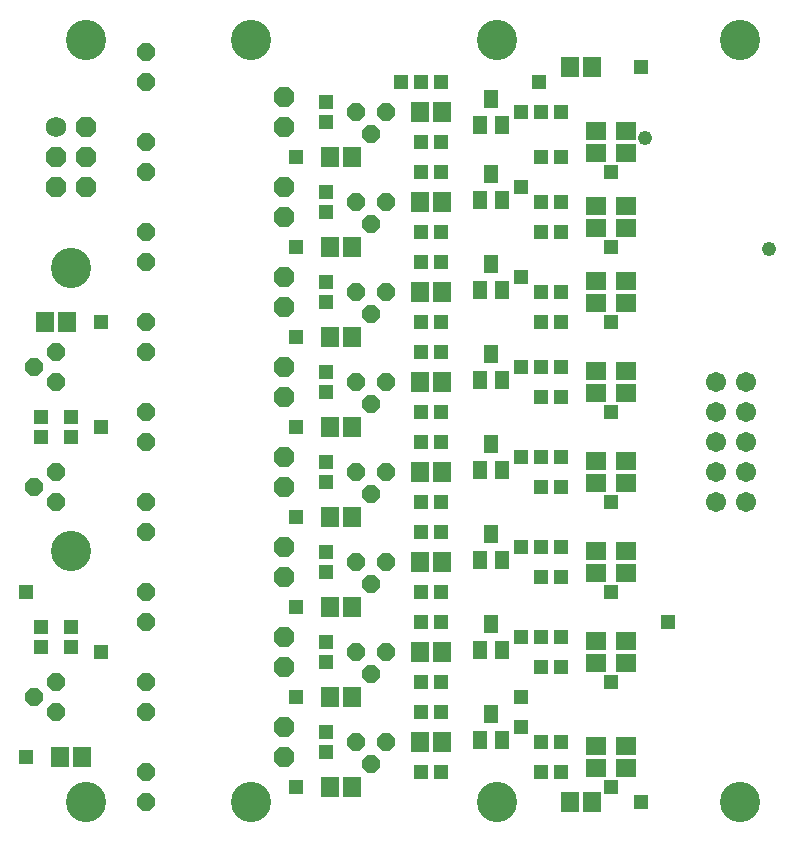
<source format=gts>
G75*
%MOIN*%
%OFA0B0*%
%FSLAX24Y24*%
%IPPOS*%
%LPD*%
%AMOC8*
5,1,8,0,0,1.08239X$1,22.5*
%
%ADD10C,0.1340*%
%ADD11R,0.0513X0.0474*%
%ADD12R,0.0592X0.0671*%
%ADD13R,0.0671X0.0592*%
%ADD14OC8,0.0600*%
%ADD15C,0.0674*%
%ADD16R,0.0474X0.0631*%
%ADD17R,0.0474X0.0513*%
%ADD18C,0.0680*%
%ADD19OC8,0.0680*%
%ADD20OC8,0.0674*%
%ADD21C,0.0480*%
%ADD22R,0.0476X0.0476*%
D10*
X003180Y001680D03*
X008680Y001680D03*
X016880Y001680D03*
X024980Y001680D03*
X002680Y010050D03*
X002680Y019480D03*
X003180Y027070D03*
X008680Y027070D03*
X016880Y027070D03*
X024980Y027070D03*
D11*
X011180Y025015D03*
X011180Y024345D03*
X011180Y022015D03*
X011180Y021345D03*
X011180Y019015D03*
X011180Y018345D03*
X011180Y016015D03*
X011180Y015345D03*
X011180Y013015D03*
X011180Y012345D03*
X011180Y010015D03*
X011180Y009345D03*
X011180Y007015D03*
X011180Y006345D03*
X011180Y004015D03*
X011180Y003345D03*
X002680Y006845D03*
X002680Y007515D03*
X001680Y007515D03*
X001680Y006845D03*
X001680Y013845D03*
X001680Y014515D03*
X002680Y014515D03*
X002680Y013845D03*
D12*
X002554Y017680D03*
X001806Y017680D03*
X011306Y017180D03*
X012054Y017180D03*
X014306Y015680D03*
X015054Y015680D03*
X015054Y018680D03*
X014306Y018680D03*
X012054Y020180D03*
X011306Y020180D03*
X011306Y023180D03*
X012054Y023180D03*
X014306Y021680D03*
X015054Y021680D03*
X015054Y024680D03*
X014306Y024680D03*
X019306Y026180D03*
X020054Y026180D03*
X012054Y014180D03*
X011306Y014180D03*
X011306Y011180D03*
X012054Y011180D03*
X014306Y009680D03*
X015054Y009680D03*
X015054Y006680D03*
X014306Y006680D03*
X012054Y005180D03*
X011306Y005180D03*
X011306Y002180D03*
X012054Y002180D03*
X014306Y003680D03*
X015054Y003680D03*
X019306Y001680D03*
X020054Y001680D03*
X012054Y008180D03*
X011306Y008180D03*
X014306Y012680D03*
X015054Y012680D03*
X003054Y003180D03*
X002306Y003180D03*
D13*
X020180Y002806D03*
X020180Y003554D03*
X021180Y003554D03*
X021180Y002806D03*
X021180Y006306D03*
X021180Y007054D03*
X020180Y007054D03*
X020180Y006306D03*
X020180Y009306D03*
X020180Y010054D03*
X021180Y010054D03*
X021180Y009306D03*
X021180Y012306D03*
X021180Y013054D03*
X020180Y013054D03*
X020180Y012306D03*
X020180Y015306D03*
X020180Y016054D03*
X021180Y016054D03*
X021180Y015306D03*
X021180Y018306D03*
X021180Y019054D03*
X020180Y019054D03*
X020180Y018306D03*
X020180Y020806D03*
X020180Y021554D03*
X021180Y021554D03*
X021180Y020806D03*
X021180Y023306D03*
X021180Y024054D03*
X020180Y024054D03*
X020180Y023306D03*
D14*
X013180Y024680D03*
X012680Y023930D03*
X012180Y024680D03*
X012180Y021680D03*
X012680Y020930D03*
X013180Y021680D03*
X013180Y018680D03*
X012680Y017930D03*
X012180Y018680D03*
X012180Y015680D03*
X012680Y014930D03*
X013180Y015680D03*
X013180Y012680D03*
X012680Y011930D03*
X012180Y012680D03*
X012180Y009680D03*
X012680Y008930D03*
X013180Y009680D03*
X013180Y006680D03*
X012680Y005930D03*
X012180Y006680D03*
X012180Y003680D03*
X012680Y002930D03*
X013180Y003680D03*
X005180Y002680D03*
X005180Y001680D03*
X005180Y004680D03*
X005180Y005680D03*
X005180Y007680D03*
X005180Y008680D03*
X005180Y010680D03*
X005180Y011680D03*
X005180Y013680D03*
X005180Y014680D03*
X005180Y016680D03*
X005180Y017680D03*
X005180Y019680D03*
X005180Y020680D03*
X005180Y022680D03*
X005180Y023680D03*
X005180Y025680D03*
X005180Y026680D03*
X002180Y016680D03*
X001430Y016180D03*
X002180Y015680D03*
X002180Y012680D03*
X001430Y012180D03*
X002180Y011680D03*
X002180Y005680D03*
X001430Y005180D03*
X002180Y004680D03*
D15*
X024180Y011680D03*
X024180Y012680D03*
X024180Y013680D03*
X024180Y014680D03*
X024180Y015680D03*
X025180Y015680D03*
X025180Y014680D03*
X025180Y013680D03*
X025180Y012680D03*
X025180Y011680D03*
D16*
X017054Y012747D03*
X016306Y012747D03*
X016680Y013613D03*
X016306Y015747D03*
X017054Y015747D03*
X016680Y016613D03*
X016306Y018747D03*
X017054Y018747D03*
X016680Y019613D03*
X016306Y021747D03*
X017054Y021747D03*
X016680Y022613D03*
X016306Y024247D03*
X017054Y024247D03*
X016680Y025113D03*
X016680Y010613D03*
X016306Y009747D03*
X017054Y009747D03*
X016680Y007613D03*
X016306Y006747D03*
X017054Y006747D03*
X016680Y004613D03*
X016306Y003747D03*
X017054Y003747D03*
D17*
X018345Y003680D03*
X019015Y003680D03*
X019015Y002680D03*
X018345Y002680D03*
X015015Y002680D03*
X014345Y002680D03*
X014345Y004680D03*
X015015Y004680D03*
X015015Y005680D03*
X014345Y005680D03*
X014345Y007680D03*
X015015Y007680D03*
X015015Y008680D03*
X014345Y008680D03*
X014345Y010680D03*
X015015Y010680D03*
X015015Y011680D03*
X014345Y011680D03*
X014345Y013680D03*
X015015Y013680D03*
X015015Y014680D03*
X014345Y014680D03*
X014345Y016680D03*
X015015Y016680D03*
X015015Y017680D03*
X014345Y017680D03*
X014345Y019680D03*
X015015Y019680D03*
X015015Y020680D03*
X014345Y020680D03*
X014345Y022680D03*
X015015Y022680D03*
X015015Y023680D03*
X014345Y023680D03*
X014345Y025680D03*
X015015Y025680D03*
X018345Y024680D03*
X019015Y024680D03*
X019015Y023180D03*
X018345Y023180D03*
X018345Y021680D03*
X019015Y021680D03*
X019015Y020680D03*
X018345Y020680D03*
X018345Y018680D03*
X019015Y018680D03*
X019015Y017680D03*
X018345Y017680D03*
X018345Y016180D03*
X019015Y016180D03*
X019015Y015180D03*
X018345Y015180D03*
X018345Y013180D03*
X019015Y013180D03*
X019015Y012180D03*
X018345Y012180D03*
X018345Y010180D03*
X019015Y010180D03*
X019015Y009180D03*
X018345Y009180D03*
X018345Y007180D03*
X019015Y007180D03*
X019015Y006180D03*
X018345Y006180D03*
D18*
X002180Y024180D03*
D19*
X002180Y023180D03*
X002180Y022180D03*
X003180Y022180D03*
X003180Y023180D03*
X003180Y024180D03*
D20*
X009780Y024180D03*
X009780Y025180D03*
X009780Y022180D03*
X009780Y021180D03*
X009780Y019180D03*
X009780Y018180D03*
X009780Y016180D03*
X009780Y015180D03*
X009780Y013180D03*
X009780Y012180D03*
X009780Y010180D03*
X009780Y009180D03*
X009780Y007180D03*
X009780Y006180D03*
X009780Y004180D03*
X009780Y003180D03*
D21*
X025930Y020105D03*
X021805Y023805D03*
D22*
X001180Y003180D03*
X003680Y006680D03*
X001180Y008680D03*
X003680Y014180D03*
X003680Y017680D03*
X010180Y017180D03*
X010180Y014180D03*
X010180Y011180D03*
X010180Y008180D03*
X010180Y005180D03*
X010180Y002180D03*
X017680Y004180D03*
X017680Y005180D03*
X017680Y007180D03*
X017680Y010180D03*
X017680Y013180D03*
X017680Y016180D03*
X017680Y019180D03*
X017680Y022180D03*
X017680Y024680D03*
X018280Y025680D03*
X020680Y022680D03*
X020680Y020180D03*
X020680Y017680D03*
X020680Y014680D03*
X020680Y011680D03*
X020680Y008680D03*
X022580Y007680D03*
X020680Y005680D03*
X020680Y002180D03*
X021680Y001680D03*
X010180Y020180D03*
X010180Y023180D03*
X013680Y025680D03*
X021680Y026180D03*
M02*

</source>
